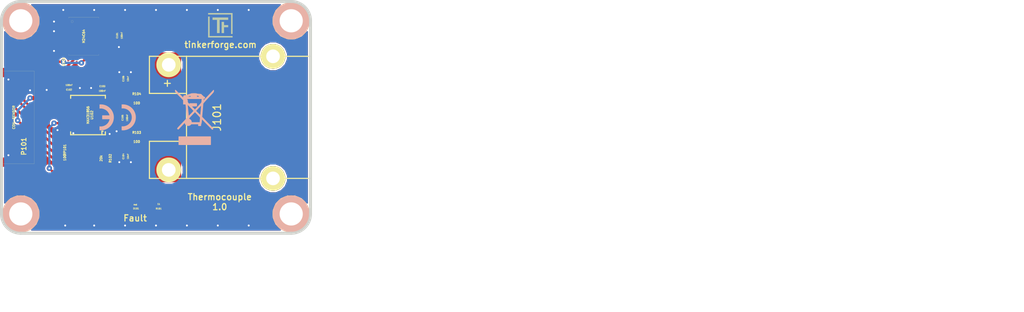
<source format=kicad_pcb>
(kicad_pcb (version 4) (host pcbnew 4.0.7-e2-6376~58~ubuntu17.04.1)
  (title_block (title "Thermocouple Bricklet") (date "Do 30 Jul 2015") (rev 1.0) (company "Tinkerforge GmbH") (comment 1 "Licensed under CERN OHL v.1.1") (comment 2 "Copyright (©) 2015, B.Nordmeyer <bastian@tinkerforge.com>"))
  (layers (0 Vorderseite signal hide) (31 Rückseite signal hide) (34 B.Paste user) (35 F.Paste user) (36 B.SilkS user) (37 F.SilkS user) (38 B.Mask user) (39 F.Mask user) (44 Edge.Cuts user))
  (net 0 "")
  (net 1 GND)
  (net 2 VCC)
  (net 3 "Net-(C104-Pad1)")
  (net 4 "Net-(C105-Pad1)")
  (net 5 "Net-(D101-Pad1)")
  (net 6 "Net-(D101-Pad2)")
  (net 7 "Net-(J101-Pad2)")
  (net 8 "Net-(P101-Pad4)")
  (net 9 "Net-(P101-Pad5)")
  (net 10 "Net-(P101-Pad6)")
  (net 11 "Net-(P101-Pad7)")
  (net 12 "Net-(P101-Pad8)")
  (net 13 "Net-(P101-Pad9)")
  (net 14 "Net-(P101-Pad10)")
  (net 15 "Net-(R102-Pad2)")
  (net 16 "Net-(RP101-Pad1)")
  (net 17 "Net-(RP101-Pad2)")
  (net 18 "Net-(RP101-Pad3)")
  (net 19 "Net-(RP101-Pad4)")
  (net 20 "Net-(J101-Pad1)")
  (module kicad-libraries:0603 (layer Vorderseite) (at 165.325 129.275 270)
    (fp_text reference C101 (at 0.05 0.225 270) (layer F.SilkS) (effects (font (size 0.2 0.2) (thickness 0.05))))
    (fp_text value 100nF (at 0.05 -0.375 270) (layer F.SilkS) (effects (font (size 0.2 0.2) (thickness 0.05))))
    (pad 1 smd rect (at -0.8001 0 270) (size 0.8001 0.8001) (layers Vorderseite F.Paste F.Mask) (net 2 VCC))
    (pad 2 smd rect (at 0.8001 0 270) (size 0.8001 0.8001) (layers Vorderseite F.Paste F.Mask) (net 1 GND))
  )
  (module kicad-libraries:0603 (layer Vorderseite) (at 158.825 136.125)
    (fp_text reference C102 (at 0.05 0.225) (layer F.SilkS) (effects (font (size 0.2 0.2) (thickness 0.05))))
    (fp_text value 100nF (at 0.05 -0.375) (layer F.SilkS) (effects (font (size 0.2 0.2) (thickness 0.05))))
    (pad 1 smd rect (at -0.8001 0) (size 0.8001 0.8001) (layers Vorderseite F.Paste F.Mask) (net 2 VCC))
    (pad 2 smd rect (at 0.8001 0) (size 0.8001 0.8001) (layers Vorderseite F.Paste F.Mask) (net 1 GND))
  )
  (module kicad-libraries:0603 (layer Vorderseite) (at 163.225 136.125 180)
    (fp_text reference C103 (at 0.05 0.225 180) (layer F.SilkS) (effects (font (size 0.2 0.2) (thickness 0.05))))
    (fp_text value 100nF (at 0.05 -0.375 180) (layer F.SilkS) (effects (font (size 0.2 0.2) (thickness 0.05))))
    (pad 1 smd rect (at -0.8001 0 180) (size 0.8001 0.8001) (layers Vorderseite F.Paste F.Mask) (net 2 VCC))
    (pad 2 smd rect (at 0.8001 0 180) (size 0.8001 0.8001) (layers Vorderseite F.Paste F.Mask) (net 1 GND))
  )
  (module kicad-libraries:0603 (layer Vorderseite) (at 166.125 144.925 270)
    (fp_text reference C104 (at 0.05 0.225 270) (layer F.SilkS) (effects (font (size 0.2 0.2) (thickness 0.05))))
    (fp_text value 10nF (at 0.05 -0.375 270) (layer F.SilkS) (effects (font (size 0.2 0.2) (thickness 0.05))))
    (pad 1 smd rect (at -0.8001 0 270) (size 0.8001 0.8001) (layers Vorderseite F.Paste F.Mask) (net 3 "Net-(C104-Pad1)"))
    (pad 2 smd rect (at 0.8001 0 270) (size 0.8001 0.8001) (layers Vorderseite F.Paste F.Mask) (net 1 GND))
  )
  (module kicad-libraries:0603 (layer Vorderseite) (at 166.025 139.925 270)
    (fp_text reference C105 (at 0.05 0.225 270) (layer F.SilkS) (effects (font (size 0.2 0.2) (thickness 0.05))))
    (fp_text value 100nF (at 0.05 -0.375 270) (layer F.SilkS) (effects (font (size 0.2 0.2) (thickness 0.05))))
    (pad 1 smd rect (at -0.8001 0 270) (size 0.8001 0.8001) (layers Vorderseite F.Paste F.Mask) (net 4 "Net-(C105-Pad1)"))
    (pad 2 smd rect (at 0.8001 0 270) (size 0.8001 0.8001) (layers Vorderseite F.Paste F.Mask) (net 3 "Net-(C104-Pad1)"))
  )
  (module kicad-libraries:0603 (layer Vorderseite) (at 166.125 134.875 270)
    (fp_text reference C106 (at 0.05 0.225 270) (layer F.SilkS) (effects (font (size 0.2 0.2) (thickness 0.05))))
    (fp_text value 10nF (at 0.05 -0.375 270) (layer F.SilkS) (effects (font (size 0.2 0.2) (thickness 0.05))))
    (pad 1 smd rect (at -0.8001 0 270) (size 0.8001 0.8001) (layers Vorderseite F.Paste F.Mask) (net 1 GND))
    (pad 2 smd rect (at 0.8001 0 270) (size 0.8001 0.8001) (layers Vorderseite F.Paste F.Mask) (net 4 "Net-(C105-Pad1)"))
  )
  (module kicad-libraries:D0603 (layer Vorderseite) (at 167.525 151.525 180)
    (fp_text reference D101 (at -0.025 -0.2 180) (layer F.SilkS) (effects (font (size 0.2 0.2) (thickness 0.05))))
    (fp_text value red (at 0.075 0.3 180) (layer F.SilkS) (effects (font (size 0.2 0.2) (thickness 0.05))))
    (pad 1 smd rect (at -0.8001 0 180) (size 0.8001 0.8001) (layers Vorderseite F.Paste F.Mask) (net 5 "Net-(D101-Pad1)"))
    (pad 2 smd rect (at 0.8001 0 180) (size 0.8001 0.8001) (layers Vorderseite F.Paste F.Mask) (net 6 "Net-(D101-Pad2)"))
  )
  (module kicad-libraries:CON-SENSOR (layer Vorderseite) (at 150.125 139.925 270)
    (fp_text reference P101 (at 3.75 -2.9 270) (layer F.SilkS) (effects (font (size 0.59944 0.59944) (thickness 0.12446))))
    (fp_text value CON-SENSOR (at 0 -1.6002 270) (layer F.SilkS) (effects (font (size 0.29972 0.29972) (thickness 0.07112))))
    (pad 1 smd rect (at -4.50088 -4.7752 270) (size 0.59944 1.5494) (layers Vorderseite F.Paste F.Mask))
    (pad 2 smd rect (at -3.50012 -4.7752 270) (size 0.59944 1.5494) (layers Vorderseite F.Paste F.Mask) (net 1 GND))
    (pad 3 smd rect (at -2.49936 -4.7752 270) (size 0.59944 1.5494) (layers Vorderseite F.Paste F.Mask) (net 2 VCC))
    (pad 4 smd rect (at -1.50114 -4.7752 270) (size 0.59944 1.5494) (layers Vorderseite F.Paste F.Mask) (net 8 "Net-(P101-Pad4)"))
    (pad 5 smd rect (at -0.50038 -4.7752 270) (size 0.59944 1.5494) (layers Vorderseite F.Paste F.Mask) (net 9 "Net-(P101-Pad5)"))
    (pad 6 smd rect (at 0.50038 -4.7752 270) (size 0.59944 1.5494) (layers Vorderseite F.Paste F.Mask) (net 10 "Net-(P101-Pad6)"))
    (pad 7 smd rect (at 1.50114 -4.7752 270) (size 0.59944 1.5494) (layers Vorderseite F.Paste F.Mask) (net 11 "Net-(P101-Pad7)"))
    (pad 8 smd rect (at 2.49936 -4.7752 270) (size 0.59944 1.5494) (layers Vorderseite F.Paste F.Mask) (net 12 "Net-(P101-Pad8)"))
    (pad 9 smd rect (at 3.50012 -4.7752 270) (size 0.59944 1.5494) (layers Vorderseite F.Paste F.Mask) (net 13 "Net-(P101-Pad9)"))
    (pad 10 smd rect (at 4.50088 -4.7752 270) (size 0.59944 1.5494) (layers Vorderseite F.Paste F.Mask) (net 14 "Net-(P101-Pad10)"))
    (pad EP smd rect (at -5.79882 -0.89916 270) (size 1.19888 1.80086) (layers Vorderseite F.Paste F.Mask) (net 1 GND))
    (pad EP smd rect (at 5.79882 -0.89916 270) (size 1.19888 1.80086) (layers Vorderseite F.Paste F.Mask) (net 1 GND))
  )
  (module kicad-libraries:0603 (layer Vorderseite) (at 170.425 151.525)
    (fp_text reference R101 (at 0.05 0.225) (layer F.SilkS) (effects (font (size 0.2 0.2) (thickness 0.05))))
    (fp_text value 1k (at 0.05 -0.375) (layer F.SilkS) (effects (font (size 0.2 0.2) (thickness 0.05))))
    (pad 1 smd rect (at -0.8001 0) (size 0.8001 0.8001) (layers Vorderseite F.Paste F.Mask) (net 5 "Net-(D101-Pad1)"))
    (pad 2 smd rect (at 0.8001 0) (size 0.8001 0.8001) (layers Vorderseite F.Paste F.Mask) (net 2 VCC))
  )
  (module kicad-libraries:1206 (layer Vorderseite) (at 163.675 145.225 90)
    (fp_text reference R102 (at 0 0.5375 90) (layer F.SilkS) (effects (font (size 0.3 0.3) (thickness 0.075))))
    (fp_text value 20k (at 0 -0.65 90) (layer F.SilkS) (effects (font (size 0.3 0.3) (thickness 0.075))))
    (pad 1 smd rect (at -1.50114 0 90) (size 1.00076 1.6002) (layers Vorderseite F.Paste F.Mask) (net 7 "Net-(J101-Pad2)"))
    (pad 2 smd rect (at 1.50114 0 90) (size 1.00076 1.6002) (layers Vorderseite F.Paste F.Mask) (net 15 "Net-(R102-Pad2)"))
  )
  (module kicad-libraries:1206 (layer Vorderseite) (at 167.625 142.425 180)
    (fp_text reference R103 (at 0 0.5375 180) (layer F.SilkS) (effects (font (size 0.3 0.3) (thickness 0.075))))
    (fp_text value 100 (at 0 -0.65 180) (layer F.SilkS) (effects (font (size 0.3 0.3) (thickness 0.075))))
    (pad 1 smd rect (at -1.50114 0 180) (size 1.00076 1.6002) (layers Vorderseite F.Paste F.Mask) (net 7 "Net-(J101-Pad2)"))
    (pad 2 smd rect (at 1.50114 0 180) (size 1.00076 1.6002) (layers Vorderseite F.Paste F.Mask) (net 3 "Net-(C104-Pad1)"))
  )
  (module kicad-libraries:1206 (layer Vorderseite) (at 167.625 137.425 180)
    (fp_text reference R104 (at 0 0.5375 180) (layer F.SilkS) (effects (font (size 0.3 0.3) (thickness 0.075))))
    (fp_text value 100 (at 0 -0.65 180) (layer F.SilkS) (effects (font (size 0.3 0.3) (thickness 0.075))))
    (pad 1 smd rect (at -1.50114 0 180) (size 1.00076 1.6002) (layers Vorderseite F.Paste F.Mask) (net 20 "Net-(J101-Pad1)"))
    (pad 2 smd rect (at 1.50114 0 180) (size 1.00076 1.6002) (layers Vorderseite F.Paste F.Mask) (net 4 "Net-(C105-Pad1)"))
  )
  (module kicad-libraries:0603X4 (layer Vorderseite) (at 158.325 144.125 270)
    (fp_text reference RP101 (at 0 0 270) (layer F.SilkS) (effects (font (size 0.29972 0.29972) (thickness 0.0762))))
    (fp_text value 100 (at 1.00076 0 270) (layer F.SilkS) (effects (font (size 0.29972 0.29972) (thickness 0.0762))))
    (pad 1 smd rect (at 1.19888 -0.8509 270) (size 0.44958 0.89916) (layers Vorderseite F.Paste F.Mask) (net 16 "Net-(RP101-Pad1)"))
    (pad 2 smd rect (at 0.39878 -0.8509 270) (size 0.44958 0.89916) (layers Vorderseite F.Paste F.Mask) (net 17 "Net-(RP101-Pad2)"))
    (pad 3 smd rect (at -0.39878 -0.8509 270) (size 0.44958 0.89916) (layers Vorderseite F.Paste F.Mask) (net 18 "Net-(RP101-Pad3)"))
    (pad 4 smd rect (at -1.19888 -0.8509 270) (size 0.44958 0.89916) (layers Vorderseite F.Paste F.Mask) (net 19 "Net-(RP101-Pad4)"))
    (pad 5 smd rect (at -1.19888 0.8509 270) (size 0.44958 0.89916) (layers Vorderseite F.Paste F.Mask) (net 11 "Net-(P101-Pad7)"))
    (pad 6 smd rect (at -0.39878 0.8509 270) (size 0.44958 0.89916) (layers Vorderseite F.Paste F.Mask) (net 12 "Net-(P101-Pad8)"))
    (pad 7 smd rect (at 0.39878 0.8509 270) (size 0.44958 0.89916) (layers Vorderseite F.Paste F.Mask) (net 13 "Net-(P101-Pad9)"))
    (pad 8 smd rect (at 1.19888 0.8509 270) (size 0.44958 0.89916) (layers Vorderseite F.Paste F.Mask) (net 14 "Net-(P101-Pad10)"))
  )
  (module kicad-libraries:SOIC8 (layer Vorderseite) (at 160.775 129.425 270)
    (fp_text reference U101 (at 3.29946 2.60096 270) (layer F.SilkS) (effects (font (size 0.29972 0.29972) (thickness 0.0762))))
    (fp_text value M24C64 (at 0 0 270) (layer F.SilkS) (effects (font (size 0.29972 0.29972) (thickness 0.0762))))
    (pad 1 smd rect (at -1.90246 2.69748 90) (size 0.59944 1.5494) (layers Vorderseite F.Paste F.Mask) (net 1 GND))
    (pad 2 smd rect (at -0.63246 2.69748 90) (size 0.59944 1.5494) (layers Vorderseite F.Paste F.Mask) (net 1 GND))
    (pad 3 smd rect (at 0.63246 2.69748 90) (size 0.59944 1.5494) (layers Vorderseite F.Paste F.Mask) (net 10 "Net-(P101-Pad6)"))
    (pad 4 smd rect (at 1.90246 2.69748 90) (size 0.59944 1.5494) (layers Vorderseite F.Paste F.Mask) (net 1 GND))
    (pad 5 smd rect (at 1.90246 -2.69748 270) (size 0.59944 1.5494) (layers Vorderseite F.Paste F.Mask) (net 9 "Net-(P101-Pad5)"))
    (pad 6 smd rect (at 0.63246 -2.69748 270) (size 0.59944 1.5494) (layers Vorderseite F.Paste F.Mask) (net 8 "Net-(P101-Pad4)"))
    (pad 7 smd rect (at -0.63246 -2.69748 270) (size 0.59944 1.5494) (layers Vorderseite F.Paste F.Mask))
    (pad 8 smd rect (at -1.90246 -2.69748 270) (size 0.59944 1.5494) (layers Vorderseite F.Paste F.Mask) (net 2 VCC))
  )
  (module kicad-libraries:TSSOP14 (layer Vorderseite) (at 161.325 139.625 90)
    (fp_text reference U102 (at 0 0.50038 90) (layer F.SilkS) (effects (font (size 0.29972 0.29972) (thickness 0.0762))))
    (fp_text value MAX31856 (at 0 0 90) (layer F.SilkS) (effects (font (size 0.29972 0.29972) (thickness 0.0762))))
    (pad 1 smd rect (at -1.94818 2.79908 270) (size 0.29972 1.5494) (layers Vorderseite F.Paste F.Mask) (net 1 GND))
    (pad 2 smd rect (at -1.29794 2.79908 270) (size 0.29972 1.5494) (layers Vorderseite F.Paste F.Mask) (net 15 "Net-(R102-Pad2)"))
    (pad 3 smd rect (at -0.6477 2.79908 270) (size 0.29972 1.5494) (layers Vorderseite F.Paste F.Mask) (net 3 "Net-(C104-Pad1)"))
    (pad 4 smd rect (at 0 2.79908 270) (size 0.29972 1.5494) (layers Vorderseite F.Paste F.Mask) (net 4 "Net-(C105-Pad1)"))
    (pad 5 smd rect (at 0.6477 2.79908 270) (size 0.29972 1.5494) (layers Vorderseite F.Paste F.Mask) (net 2 VCC))
    (pad 6 smd rect (at 1.29794 2.79908 270) (size 0.29972 1.5494) (layers Vorderseite F.Paste F.Mask))
    (pad 7 smd rect (at 1.94818 2.79908 270) (size 0.29972 1.5494) (layers Vorderseite F.Paste F.Mask))
    (pad 8 smd rect (at 1.94818 -2.79908 90) (size 0.29972 1.5494) (layers Vorderseite F.Paste F.Mask) (net 2 VCC))
    (pad 9 smd rect (at 1.29794 -2.79908 90) (size 0.29972 1.5494) (layers Vorderseite F.Paste F.Mask) (net 16 "Net-(RP101-Pad1)"))
    (pad 10 smd rect (at 0.6477 -2.79908 90) (size 0.29972 1.5494) (layers Vorderseite F.Paste F.Mask) (net 17 "Net-(RP101-Pad2)"))
    (pad 11 smd rect (at 0 -2.79908 90) (size 0.29972 1.5494) (layers Vorderseite F.Paste F.Mask) (net 18 "Net-(RP101-Pad3)"))
    (pad 12 smd rect (at -0.6477 -2.79908 90) (size 0.29972 1.5494) (layers Vorderseite F.Paste F.Mask) (net 19 "Net-(RP101-Pad4)"))
    (pad 13 smd rect (at -1.29794 -2.79908 90) (size 0.29972 1.5494) (layers Vorderseite F.Paste F.Mask) (net 6 "Net-(D101-Pad2)"))
    (pad 14 smd rect (at -1.94818 -2.79908 90) (size 0.29972 1.5494) (layers Vorderseite F.Paste F.Mask) (net 1 GND))
  )
  (module kicad-libraries:DRILL_NP (layer Vorderseite) (at 152.625 127.425)
    (fp_text reference U103 hide)
    (fp_text value DRILL hide)
    (pad "" np_thru_hole circle (at 0 0) (size 2.99974 2.99974) (drill 2.99974) (layers *.Cu *.Mask F.SilkS) (clearance 0.89916))
  )
  (module kicad-libraries:DRILL_NP (layer Vorderseite) (at 152.625 152.425)
    (fp_text reference U104 hide)
    (fp_text value DRILL hide)
    (pad "" np_thru_hole circle (at 0 0) (size 2.99974 2.99974) (drill 2.99974) (layers *.Cu *.Mask F.SilkS) (clearance 0.89916))
  )
  (module kicad-libraries:DRILL_NP (layer Vorderseite) (at 187.625 152.425)
    (fp_text reference U105 hide)
    (fp_text value DRILL hide)
    (pad "" np_thru_hole circle (at 0 0) (size 2.99974 2.99974) (drill 2.99974) (layers *.Cu *.Mask F.SilkS) (clearance 0.89916))
  )
  (module kicad-libraries:DRILL_NP (layer Vorderseite) (at 187.625 127.425)
    (fp_text reference U106 hide)
    (fp_text value DRILL hide)
    (pad "" np_thru_hole circle (at 0 0) (size 2.99974 2.99974) (drill 2.99974) (layers *.Cu *.Mask F.SilkS) (clearance 0.89916))
  )
  (module kicad-libraries:Logo_31x31 (layer Vorderseite) (at 176.875 126.425)
    (fp_text reference G*** hide)
    (fp_text value Logo_31x31 hide)
  )
  (module kicad-libraries:CE_5mm (layer Rückseite) (at 165.125 139.925 180)
    (fp_text reference VAL hide)
    (fp_text value CE_5mm hide)
  )
  (module kicad-libraries:WEEE_7mm (layer Rückseite) (at 175.125 139.925 180)
    (fp_text reference G*** hide)
    (fp_text value LOGO hide)
  )
  (module kicad-libraries:Fiducial_Mark (layer Vorderseite) (at 157.125 152.925)
    (fp_text reference Fiducial_Mark hide)
    (fp_text value VAL** hide)
    (pad 1 smd circle (at 0 0) (size 1.00076 1.00076) (layers Vorderseite F.Mask) (clearance 0.65024))
  )
  (module kicad-libraries:Fiducial_Mark (layer Vorderseite) (at 183.125 127.425)
    (fp_text reference Fiducial_Mark hide)
    (fp_text value VAL** hide)
    (pad 1 smd circle (at 0 0) (size 1.00076 1.00076) (layers Vorderseite F.Mask) (clearance 0.65024))
  )
  (module kicad-libraries:Fiducial_Mark (layer Vorderseite) (at 183.125 152.425)
    (fp_text reference Fiducial_Mark hide)
    (fp_text value VAL** hide)
    (pad 1 smd circle (at 0 0) (size 1.00076 1.00076) (layers Vorderseite F.Mask) (clearance 0.65024))
  )
  (module kicad-libraries:PCC_SMP (layer Vorderseite) (at 178.525 139.925 270)
    (fp_text reference J101 (at 0 0.5 270) (layer F.SilkS))
    (fp_text value THERM)
    (fp_text user + (at -4.4 7 270) (layer F.SilkS))
    (pad 1 thru_hole circle (at -6.8 6.75 270) (size 3.2 3.2) (drill 1.77) (layers *.Cu *.Mask F.SilkS) (net 20 "Net-(J101-Pad1)"))
    (pad 2 thru_hole circle (at 6.8 6.75 270) (size 3.2 3.2) (drill 1.77) (layers *.Cu *.Mask F.SilkS) (net 7 "Net-(J101-Pad2)"))
    (pad "" thru_hole circle (at 7.9 -6.75 270) (size 3.2 3.2) (drill 1.77) (layers *.Cu *.Mask F.SilkS))
    (pad "" thru_hole circle (at -7.9 -6.75 270) (size 3.2 3.2) (drill 1.77) (layers *.Cu *.Mask F.SilkS))
  )
  (gr_line (start 187.625 154.925) (end 152.625 154.925) (angle 90) (layer Edge.Cuts) (width 0.381))
  (gr_line (start 190.125 127.425) (end 190.125 152.425) (angle 90) (layer Edge.Cuts) (width 0.381))
  (gr_line (start 152.625 124.925) (end 187.625 124.925) (angle 90) (layer Edge.Cuts) (width 0.381))
  (gr_line (start 150.125 152.425) (end 150.125 127.425) (angle 90) (layer Edge.Cuts) (width 0.381))
  (gr_text "Thermocouple\n1.0" (at 178.375 150.875) (layer F.SilkS) (effects (font (size 0.8 0.8))))
  (gr_text Fault (at 167.425 152.975) (layer F.SilkS) (effects (font (size 0.8 0.8) (thickness 0.14986))))
  (gr_arc (start 152.625 152.425) (end 152.625 154.925) (angle 90) (layer Edge.Cuts) (width 0.381))
  (gr_arc (start 187.625 152.425) (end 190.125 152.425) (angle 90) (layer Edge.Cuts) (width 0.381))
  (gr_arc (start 187.625 127.425) (end 187.625 124.925) (angle 90) (layer Edge.Cuts) (width 0.381))
  (gr_arc (start 152.625 127.425) (end 150.125 127.425) (angle 90) (layer Edge.Cuts) (width 0.381))
  (gr_text tinkerforge.com (at 178.475 130.525) (layer F.SilkS) (effects (font (size 0.8001 0.8001) (thickness 0.14986))))
  (via (at 159.425 141.975) (size 0.70104) (layers Vorderseite Rückseite) (net 1))
  (segment (start 159.02318 141.57318) (end 159.425 141.975) (width 0.29972) (layer Vorderseite) (net 1))
  (segment (start 158.52592 141.57318) (end 159.02318 141.57318) (width 0.29972) (layer Vorderseite) (net 1))
  (segment (start 157.37682 141.57318) (end 157.375 141.575) (width 0.29972) (layer Vorderseite) (net 1))
  (via (at 157.375 141.575) (size 0.70104) (layers Vorderseite Rückseite) (net 1))
  (segment (start 158.52592 141.57318) (end 157.37682 141.57318) (width 0.29972) (layer Vorderseite) (net 1))
  (segment (start 155.92512 136.42488) (end 155.975 136.375) (width 0.29972) (layer Vorderseite) (net 1))
  (via (at 155.975 136.375) (size 0.70104) (layers Vorderseite Rückseite) (net 1))
  (segment (start 154.9002 136.42488) (end 155.92512 136.42488) (width 0.29972) (layer Vorderseite) (net 1))
  (segment (start 153.82512 136.42488) (end 153.825 136.425) (width 0.29972) (layer Vorderseite) (net 1))
  (via (at 153.825 136.425) (size 0.70104) (layers Vorderseite Rückseite) (net 1))
  (segment (start 154.9002 136.42488) (end 153.82512 136.42488) (width 0.29972) (layer Vorderseite) (net 1))
  (via (at 161.725 136.125) (size 0.70104) (layers Vorderseite Rückseite) (net 1))
  (segment (start 162.4249 136.125) (end 161.725 136.125) (width 0.29972) (layer Vorderseite) (net 1))
  (via (at 160.275 136.125) (size 0.70104) (layers Vorderseite Rückseite) (net 1))
  (segment (start 159.6251 136.125) (end 160.275 136.125) (width 0.29972) (layer Vorderseite) (net 1))
  (segment (start 151.02416 144.82584) (end 151.025 144.825) (width 0.29972) (layer Vorderseite) (net 1))
  (via (at 151.025 144.825) (size 0.70104) (layers Vorderseite Rückseite) (net 1))
  (segment (start 151.02416 145.72382) (end 151.02416 144.82584) (width 0.29972) (layer Vorderseite) (net 1))
  (segment (start 151.02416 135.02416) (end 151.025 135.025) (width 0.29972) (layer Vorderseite) (net 1))
  (via (at 151.025 135.025) (size 0.70104) (layers Vorderseite Rückseite) (net 1))
  (segment (start 151.02416 134.12618) (end 151.02416 135.02416) (width 0.29972) (layer Vorderseite) (net 1))
  (segment (start 156.94254 128.79254) (end 156.925 128.775) (width 0.29972) (layer Vorderseite) (net 1))
  (via (at 156.925 128.775) (size 0.70104) (layers Vorderseite Rückseite) (net 1))
  (segment (start 158.07752 128.79254) (end 156.94254 128.79254) (width 0.29972) (layer Vorderseite) (net 1))
  (segment (start 156.92746 127.52254) (end 156.925 127.525) (width 0.29972) (layer Vorderseite) (net 1))
  (via (at 156.925 127.525) (size 0.70104) (layers Vorderseite Rückseite) (net 1))
  (segment (start 158.07752 127.52254) (end 156.92746 127.52254) (width 0.29972) (layer Vorderseite) (net 1))
  (segment (start 156.92746 131.32746) (end 156.925 131.325) (width 0.29972) (layer Vorderseite) (net 1))
  (via (at 156.925 131.325) (size 0.70104) (layers Vorderseite Rückseite) (net 1))
  (segment (start 158.07752 131.32746) (end 156.92746 131.32746) (width 0.29972) (layer Vorderseite) (net 1))
  (via (at 165.025 141.725) (size 0.70104) (layers Vorderseite Rückseite) (net 1))
  (segment (start 164.87318 141.57318) (end 165.025 141.725) (width 0.29972) (layer Vorderseite) (net 1))
  (segment (start 164.12408 141.57318) (end 164.87318 141.57318) (width 0.29972) (layer Vorderseite) (net 1))
  (segment (start 164.12408 142.07408) (end 164.125 142.075) (width 0.29972) (layer Vorderseite) (net 1))
  (via (at 164.125 142.075) (size 0.70104) (layers Vorderseite Rückseite) (net 1))
  (segment (start 164.12408 141.57318) (end 164.12408 142.07408) (width 0.29972) (layer Vorderseite) (net 1))
  (segment (start 165.3751 145.7251) (end 165.375 145.725) (width 0.59944) (layer Vorderseite) (net 1))
  (via (at 165.375 145.725) (size 0.70104) (layers Vorderseite Rückseite) (net 1))
  (segment (start 166.125 145.7251) (end 165.3751 145.7251) (width 0.59944) (layer Vorderseite) (net 1))
  (segment (start 165.3751 134.0749) (end 165.375 134.075) (width 0.59944) (layer Vorderseite) (net 1))
  (via (at 165.375 134.075) (size 0.70104) (layers Vorderseite Rückseite) (net 1))
  (segment (start 166.125 134.0749) (end 165.3751 134.0749) (width 0.59944) (layer Vorderseite) (net 1))
  (segment (start 166.8749 134.0749) (end 166.875 134.075) (width 0.59944) (layer Vorderseite) (net 1))
  (via (at 166.875 134.075) (size 0.70104) (layers Vorderseite Rückseite) (net 1))
  (segment (start 166.125 134.0749) (end 166.8749 134.0749) (width 0.59944) (layer Vorderseite) (net 1))
  (via (at 182.125 153.925) (size 0.70104) (layers Vorderseite Rückseite) (net 1))
  (segment (start 170.125 153.925) (end 174.125 153.925) (width 0.29972) (layer Rückseite) (net 1))
  (segment (start 166.875 150.675) (end 170.125 153.925) (width 0.29972) (layer Rückseite) (net 1))
  (segment (start 166.8749 145.7251) (end 166.125 145.7251) (width 0.59944) (layer Vorderseite) (net 1))
  (via (at 166.875 145.725) (size 0.70104) (layers Vorderseite Rückseite) (net 1))
  (segment (start 166.8749 145.7251) (end 166.875 145.725) (width 0.59944) (layer Vorderseite) (net 1))
  (segment (start 166.875 145.725) (end 166.875 150.675) (width 0.29972) (layer Rückseite) (net 1))
  (via (at 178.125 153.925) (size 0.70104) (layers Vorderseite Rückseite) (net 1))
  (segment (start 174.125 153.925) (end 178.125 153.925) (width 0.29972) (layer Vorderseite) (net 1))
  (via (at 174.125 153.925) (size 0.70104) (layers Vorderseite Rückseite) (net 1))
  (segment (start 182.125 153.925) (end 178.125 153.925) (width 0.29972) (layer Rückseite) (net 1))
  (via (at 158.375 153.925) (size 0.70104) (layers Vorderseite Rückseite) (net 1))
  (segment (start 166.125 153.925) (end 170.125 153.925) (width 0.29972) (layer Vorderseite) (net 1))
  (via (at 170.125 153.925) (size 0.70104) (layers Vorderseite Rückseite) (net 1))
  (via (at 162.125 153.925) (size 0.70104) (layers Vorderseite Rückseite) (net 1))
  (segment (start 166.125 153.925) (end 162.125 153.925) (width 0.29972) (layer Rückseite) (net 1))
  (via (at 166.125 153.925) (size 0.70104) (layers Vorderseite Rückseite) (net 1))
  (segment (start 158.375 153.925) (end 162.125 153.925) (width 0.29972) (layer Vorderseite) (net 1))
  (via (at 174.125 126.025) (size 0.70104) (layers Vorderseite Rückseite) (net 1))
  (segment (start 174.125 126.025) (end 178.125 126.025) (width 0.29972) (layer Rückseite) (net 1))
  (via (at 178.125 126.025) (size 0.70104) (layers Vorderseite Rückseite) (net 1))
  (segment (start 178.125 126.025) (end 182.125 126.025) (width 0.29972) (layer Vorderseite) (net 1))
  (via (at 182.125 126.025) (size 0.70104) (layers Vorderseite Rückseite) (net 1))
  (segment (start 165.325 130.825) (end 167.875 130.825) (width 0.29972) (layer Rückseite) (net 1))
  (via (at 165.325 130.825) (size 0.70104) (layers Vorderseite Rückseite) (net 1))
  (segment (start 165.325 130.0751) (end 165.325 130.825) (width 0.29972) (layer Vorderseite) (net 1))
  (via (at 170.125 126.025) (size 0.70104) (layers Vorderseite Rückseite) (net 1))
  (segment (start 170.125 128.575) (end 170.125 126.025) (width 0.29972) (layer Rückseite) (net 1))
  (segment (start 167.875 130.825) (end 170.125 128.575) (width 0.29972) (layer Rückseite) (net 1))
  (segment (start 170.125 126.025) (end 174.125 126.025) (width 0.29972) (layer Vorderseite) (net 1))
  (via (at 166.125 126.025) (size 0.70104) (layers Vorderseite Rückseite) (net 1))
  (segment (start 166.125 126.025) (end 162.125 126.025) (width 0.29972) (layer Vorderseite) (net 1))
  (via (at 162.125 126.025) (size 0.70104) (layers Vorderseite Rückseite) (net 1))
  (segment (start 162.125 126.025) (end 158.125 126.025) (width 0.29972) (layer Rückseite) (net 1))
  (via (at 158.125 126.025) (size 0.70104) (layers Vorderseite Rückseite) (net 1))
  (segment (start 170.125 126.025) (end 166.125 126.025) (width 0.29972) (layer Rückseite) (net 1))
  (segment (start 158.0249 137.1758) (end 158.52592 137.67682) (width 0.29972) (layer Vorderseite) (net 2))
  (segment (start 158.0249 136.125) (end 158.0249 137.1758) (width 0.29972) (layer Vorderseite) (net 2))
  (segment (start 164.0251 136.2249) (end 164.0251 136.125) (width 0.29972) (layer Vorderseite) (net 2))
  (segment (start 163.2273 138.9773) (end 162.875 138.625) (width 0.29972) (layer Vorderseite) (net 2))
  (segment (start 162.875 138.625) (end 162.875 137.375) (width 0.29972) (layer Vorderseite) (net 2))
  (segment (start 162.875 137.375) (end 164.0251 136.2249) (width 0.29972) (layer Vorderseite) (net 2))
  (segment (start 164.12408 138.9773) (end 163.2273 138.9773) (width 0.29972) (layer Vorderseite) (net 2))
  (segment (start 154.9002 137.42564) (end 155.52436 137.42564) (width 0.29972) (layer Vorderseite) (net 2))
  (segment (start 156.725 136.775) (end 157.375 136.125) (width 0.29972) (layer Vorderseite) (net 2))
  (segment (start 156.07436 137.42564) (end 156.725 136.775) (width 0.29972) (layer Vorderseite) (net 2))
  (segment (start 157.375 136.125) (end 158.0249 136.125) (width 0.29972) (layer Vorderseite) (net 2))
  (segment (start 154.9002 137.42564) (end 156.07436 137.42564) (width 0.29972) (layer Vorderseite) (net 2))
  (segment (start 156.725 135.625) (end 157.525 134.825) (width 0.29972) (layer Vorderseite) (net 2))
  (segment (start 157.525 134.825) (end 162.7251 134.825) (width 0.29972) (layer Vorderseite) (net 2))
  (segment (start 156.725 136.775) (end 156.725 135.625) (width 0.29972) (layer Vorderseite) (net 2))
  (segment (start 166.475 129.475) (end 166.475 131.0751) (width 0.29972) (layer Vorderseite) (net 2))
  (segment (start 166.475 131.0751) (end 162.7251 134.825) (width 0.29972) (layer Vorderseite) (net 2))
  (segment (start 165.4749 128.4749) (end 166.475 129.475) (width 0.29972) (layer Vorderseite) (net 2))
  (segment (start 165.325 128.4749) (end 165.4749 128.4749) (width 0.29972) (layer Vorderseite) (net 2))
  (segment (start 153.82564 137.42564) (end 153.825 137.425) (width 0.29972) (layer Vorderseite) (net 2))
  (via (at 153.825 137.425) (size 0.70104) (layers Vorderseite Rückseite) (net 2))
  (segment (start 153.825 137.425) (end 152.225 139.025) (width 0.29972) (layer Rückseite) (net 2))
  (segment (start 152.225 139.025) (end 152.225 140.325) (width 0.29972) (layer Rückseite) (net 2))
  (via (at 152.225 140.325) (size 0.70104) (layers Vorderseite Rückseite) (net 2))
  (segment (start 152.225 140.325) (end 152.875 140.975) (width 0.29972) (layer Vorderseite) (net 2))
  (segment (start 152.875 140.975) (end 152.875 146.325) (width 0.29972) (layer Vorderseite) (net 2))
  (segment (start 152.875 146.325) (end 159.575 153.025) (width 0.29972) (layer Vorderseite) (net 2))
  (segment (start 159.575 153.025) (end 170.425 153.025) (width 0.29972) (layer Vorderseite) (net 2))
  (segment (start 170.425 153.025) (end 171.2251 152.2249) (width 0.29972) (layer Vorderseite) (net 2))
  (segment (start 171.2251 152.2249) (end 171.2251 151.525) (width 0.29972) (layer Vorderseite) (net 2))
  (segment (start 154.9002 137.42564) (end 153.82564 137.42564) (width 0.29972) (layer Vorderseite) (net 2))
  (segment (start 164.37264 127.52254) (end 165.325 128.4749) (width 0.29972) (layer Vorderseite) (net 2))
  (segment (start 163.47248 127.52254) (end 164.37264 127.52254) (width 0.29972) (layer Vorderseite) (net 2))
  (segment (start 164.0251 135.5251) (end 163.325 134.825) (width 0.29972) (layer Vorderseite) (net 2))
  (segment (start 163.325 134.825) (end 162.7251 134.825) (width 0.29972) (layer Vorderseite) (net 2))
  (segment (start 164.0251 136.125) (end 164.0251 135.5251) (width 0.29972) (layer Vorderseite) (net 2))
  (segment (start 166.12386 140.82396) (end 166.025 140.7251) (width 0.8001) (layer Vorderseite) (net 3))
  (segment (start 166.12386 142.425) (end 166.12386 140.82396) (width 0.8001) (layer Vorderseite) (net 3))
  (segment (start 166.1249 142.42604) (end 166.12386 142.425) (width 0.8001) (layer Vorderseite) (net 3))
  (segment (start 166.1249 144.175) (end 166.1249 142.42604) (width 0.8001) (layer Vorderseite) (net 3))
  (segment (start 165.0227 140.2727) (end 165.4751 140.7251) (width 0.29972) (layer Vorderseite) (net 3))
  (segment (start 165.4751 140.7251) (end 166.025 140.7251) (width 0.29972) (layer Vorderseite) (net 3))
  (segment (start 164.12408 140.2727) (end 165.0227 140.2727) (width 0.29972) (layer Vorderseite) (net 3))
  (segment (start 166.12386 139.02604) (end 166.025 139.1249) (width 0.8001) (layer Vorderseite) (net 4))
  (segment (start 166.12386 137.425) (end 166.12386 139.02604) (width 0.8001) (layer Vorderseite) (net 4))
  (segment (start 166.12386 135.72604) (end 166.1249 135.725) (width 0.8001) (layer Vorderseite) (net 4))
  (segment (start 166.12386 137.425) (end 166.12386 135.72604) (width 0.8001) (layer Vorderseite) (net 4))
  (segment (start 165.6251 139.1249) (end 166.025 139.1249) (width 0.29972) (layer Vorderseite) (net 4))
  (segment (start 165.075 139.625) (end 165.5751 139.1249) (width 0.29972) (layer Vorderseite) (net 4))
  (segment (start 164.12408 139.625) (end 165.075 139.625) (width 0.29972) (layer Vorderseite) (net 4))
  (segment (start 169.6249 151.525) (end 168.3251 151.525) (width 0.29972) (layer Vorderseite) (net 5))
  (segment (start 157.72294 140.92294) (end 157.475 140.675) (width 0.29972) (layer Vorderseite) (net 6))
  (segment (start 157.475 140.675) (end 156.925 140.675) (width 0.29972) (layer Vorderseite) (net 6))
  (via (at 156.925 140.675) (size 0.70104) (layers Vorderseite Rückseite) (net 6))
  (segment (start 156.925 140.675) (end 156.325 141.275) (width 0.29972) (layer Rückseite) (net 6))
  (segment (start 156.325 141.275) (end 156.325 146.525) (width 0.29972) (layer Rückseite) (net 6))
  (via (at 156.325 146.525) (size 0.70104) (layers Vorderseite Rückseite) (net 6))
  (segment (start 156.325 146.525) (end 161.325 151.525) (width 0.29972) (layer Vorderseite) (net 6))
  (segment (start 161.325 151.525) (end 166.7249 151.525) (width 0.29972) (layer Vorderseite) (net 6))
  (segment (start 158.52592 140.92294) (end 157.72294 140.92294) (width 0.29972) (layer Vorderseite) (net 6))
  (segment (start 171.775 144.125) (end 170.075 142.425) (width 1.50114) (layer Vorderseite) (net 7))
  (segment (start 170.075 142.425) (end 169.12614 142.425) (width 1.50114) (layer Vorderseite) (net 7))
  (segment (start 171.775 146.725) (end 171.775 144.125) (width 1.50114) (layer Vorderseite) (net 7))
  (segment (start 171.77386 146.72614) (end 171.775 146.725) (width 1.50114) (layer Vorderseite) (net 7))
  (segment (start 171.425 147.075) (end 171.775 146.725) (width 0.59944) (layer Vorderseite) (net 7))
  (segment (start 164.77614 146.72614) (end 164.775 146.725) (width 0.59944) (layer Vorderseite) (net 7))
  (segment (start 164.775 146.725) (end 171.475 146.725) (width 0.59944) (layer Vorderseite) (net 7))
  (segment (start 163.675 146.72614) (end 164.77614 146.72614) (width 0.59944) (layer Vorderseite) (net 7))
  (segment (start 153.72386 138.42386) (end 153.075 137.775) (width 0.29972) (layer Vorderseite) (net 8))
  (segment (start 153.075 137.775) (end 153.075 135.925) (width 0.29972) (layer Vorderseite) (net 8))
  (segment (start 153.075 135.925) (end 153.675 135.325) (width 0.29972) (layer Vorderseite) (net 8))
  (segment (start 153.675 135.325) (end 153.675 134.875) (width 0.29972) (layer Vorderseite) (net 8))
  (segment (start 153.675 134.875) (end 154.925 133.625) (width 0.29972) (layer Vorderseite) (net 8))
  (segment (start 154.925 133.625) (end 158.325 133.625) (width 0.29972) (layer Vorderseite) (net 8))
  (segment (start 158.325 133.625) (end 161.89254 130.05746) (width 0.29972) (layer Vorderseite) (net 8))
  (segment (start 161.89254 130.05746) (end 163.47248 130.05746) (width 0.29972) (layer Vorderseite) (net 8))
  (segment (start 154.9002 138.42386) (end 153.72386 138.42386) (width 0.29972) (layer Vorderseite) (net 8))
  (segment (start 153.92462 139.42462) (end 152.525 138.025) (width 0.29972) (layer Vorderseite) (net 9))
  (segment (start 152.525 138.025) (end 152.525 135.675) (width 0.29972) (layer Vorderseite) (net 9))
  (segment (start 152.525 135.675) (end 153.125 135.075) (width 0.29972) (layer Vorderseite) (net 9))
  (segment (start 153.125 135.075) (end 153.125 134.625) (width 0.29972) (layer Vorderseite) (net 9))
  (segment (start 153.125 134.625) (end 155.025 132.725) (width 0.29972) (layer Vorderseite) (net 9))
  (segment (start 155.025 132.725) (end 158.125 132.725) (width 0.29972) (layer Vorderseite) (net 9))
  (via (at 158.125 132.725) (size 0.70104) (layers Vorderseite Rückseite) (net 9))
  (segment (start 158.125 132.725) (end 158.275 132.875) (width 0.29972) (layer Rückseite) (net 9))
  (segment (start 158.275 132.875) (end 160.475 132.875) (width 0.29972) (layer Rückseite) (net 9))
  (via (at 160.475 132.875) (size 0.70104) (layers Vorderseite Rückseite) (net 9))
  (segment (start 160.475 132.875) (end 162.02254 131.32746) (width 0.29972) (layer Vorderseite) (net 9))
  (segment (start 162.02254 131.32746) (end 163.47248 131.32746) (width 0.29972) (layer Vorderseite) (net 9))
  (segment (start 154.9002 139.42462) (end 153.92462 139.42462) (width 0.29972) (layer Vorderseite) (net 9))
  (segment (start 154.9002 140.42538) (end 154.89982 140.425) (width 0.29972) (layer Vorderseite) (net 10))
  (segment (start 153.62538 140.42538) (end 151.825 138.625) (width 0.29972) (layer Vorderseite) (net 10))
  (segment (start 151.825 138.625) (end 151.825 135.375) (width 0.29972) (layer Vorderseite) (net 10))
  (segment (start 151.825 135.375) (end 152.575 134.625) (width 0.29972) (layer Vorderseite) (net 10))
  (segment (start 152.575 134.625) (end 152.575 133.025) (width 0.29972) (layer Vorderseite) (net 10))
  (segment (start 152.575 133.025) (end 155.54254 130.05746) (width 0.29972) (layer Vorderseite) (net 10))
  (segment (start 155.54254 130.05746) (end 158.07752 130.05746) (width 0.29972) (layer Vorderseite) (net 10))
  (segment (start 154.9002 140.42538) (end 153.62538 140.42538) (width 0.29972) (layer Vorderseite) (net 10))
  (segment (start 157.12612 142.92612) (end 157.4741 142.92612) (width 0.29972) (layer Vorderseite) (net 11))
  (segment (start 155.62614 141.42614) (end 157.12612 142.92612) (width 0.29972) (layer Vorderseite) (net 11))
  (segment (start 154.9002 141.42614) (end 155.62614 141.42614) (width 0.29972) (layer Vorderseite) (net 11))
  (segment (start 157.02622 143.72622) (end 155.72436 142.42436) (width 0.29972) (layer Vorderseite) (net 12))
  (segment (start 157.4741 143.72622) (end 157.02622 143.72622) (width 0.29972) (layer Vorderseite) (net 12))
  (segment (start 155.72436 142.42436) (end 154.9002 142.42436) (width 0.29972) (layer Vorderseite) (net 12))
  (segment (start 156.92378 144.52378) (end 157.4741 144.52378) (width 0.29972) (layer Vorderseite) (net 13))
  (segment (start 155.82512 143.42512) (end 156.92378 144.52378) (width 0.29972) (layer Vorderseite) (net 13))
  (segment (start 154.9002 143.42512) (end 155.82512 143.42512) (width 0.29972) (layer Vorderseite) (net 13))
  (segment (start 156.87388 145.32388) (end 155.97588 144.42588) (width 0.29972) (layer Vorderseite) (net 14))
  (segment (start 157.4741 145.32388) (end 156.87388 145.32388) (width 0.29972) (layer Vorderseite) (net 14))
  (segment (start 155.97588 144.42588) (end 154.9002 144.42588) (width 0.29972) (layer Vorderseite) (net 14))
  (segment (start 163.12706 140.92294) (end 162.775 141.275) (width 0.59944) (layer Vorderseite) (net 15))
  (segment (start 162.775 141.275) (end 162.775 142.82386) (width 0.59944) (layer Vorderseite) (net 15))
  (segment (start 162.775 142.82386) (end 163.675 143.72386) (width 0.59944) (layer Vorderseite) (net 15))
  (segment (start 164.12408 140.92294) (end 163.12706 140.92294) (width 0.29972) (layer Vorderseite) (net 15))
  (segment (start 159.97612 145.32388) (end 161.875 143.425) (width 0.29972) (layer Vorderseite) (net 16))
  (segment (start 161.875 143.425) (end 161.875 140.125) (width 0.29972) (layer Vorderseite) (net 16))
  (segment (start 161.875 140.125) (end 160.07706 138.32706) (width 0.29972) (layer Vorderseite) (net 16))
  (segment (start 160.07706 138.32706) (end 158.52592 138.32706) (width 0.29972) (layer Vorderseite) (net 16))
  (segment (start 159.1759 145.32388) (end 159.97612 145.32388) (width 0.29972) (layer Vorderseite) (net 16))
  (segment (start 159.9273 138.9773) (end 161.325 140.375) (width 0.29972) (layer Vorderseite) (net 17))
  (segment (start 161.325 140.375) (end 161.325 143.125) (width 0.29972) (layer Vorderseite) (net 17))
  (segment (start 161.325 143.125) (end 159.92622 144.52378) (width 0.29972) (layer Vorderseite) (net 17))
  (segment (start 159.92622 144.52378) (end 159.1759 144.52378) (width 0.29972) (layer Vorderseite) (net 17))
  (segment (start 158.52592 138.9773) (end 159.9273 138.9773) (width 0.29972) (layer Vorderseite) (net 17))
  (segment (start 159.77378 143.72622) (end 160.775 142.725) (width 0.29972) (layer Vorderseite) (net 18))
  (segment (start 160.775 142.725) (end 160.775 140.675) (width 0.29972) (layer Vorderseite) (net 18))
  (segment (start 160.775 140.675) (end 159.725 139.625) (width 0.29972) (layer Vorderseite) (net 18))
  (segment (start 159.725 139.625) (end 158.52592 139.625) (width 0.29972) (layer Vorderseite) (net 18))
  (segment (start 159.1759 143.72622) (end 159.77378 143.72622) (width 0.29972) (layer Vorderseite) (net 18))
  (segment (start 159.5727 140.2727) (end 160.175 140.875) (width 0.29972) (layer Vorderseite) (net 19))
  (segment (start 160.175 140.875) (end 160.175 142.475) (width 0.29972) (layer Vorderseite) (net 19))
  (segment (start 160.175 142.475) (end 159.72388 142.92612) (width 0.29972) (layer Vorderseite) (net 19))
  (segment (start 159.72388 142.92612) (end 159.1759 142.92612) (width 0.29972) (layer Vorderseite) (net 19))
  (segment (start 158.52592 140.2727) (end 159.5727 140.2727) (width 0.29972) (layer Vorderseite) (net 19))
  (segment (start 171.775 135.825) (end 170.175 137.425) (width 1.50114) (layer Vorderseite) (net 20))
  (segment (start 170.175 137.425) (end 169.12614 137.425) (width 1.50114) (layer Vorderseite) (net 20))
  (segment (start 171.775 133.125) (end 171.775 135.825) (width 1.50114) (layer Vorderseite) (net 20))
  (zone (net 20) (net_name "Net-(J101-Pad1)") (layer Vorderseite) (connect_pads yes (clearance 0.15)) (min_thickness 0.15) (fill yes (arc_segments 16) (thermal_gap 0.2) (thermal_bridge_width 0.2))
    (polygon (pts (xy 173.375 131.525) (xy 173.375 138.225) (xy 168.625 138.225) (xy 168.625 131.525)))
  )
  (zone (net 7) (net_name "Net-(J101-Pad2)") (layer Vorderseite) (connect_pads yes (clearance 0.15)) (min_thickness 0.15) (fill yes (arc_segments 16) (thermal_gap 0.2) (thermal_bridge_width 0.2))
    (polygon (pts (xy 173.375 148.325) (xy 173.375 141.625) (xy 168.625 141.625) (xy 168.625 148.325)))
  )
  (zone (net 4) (net_name "Net-(C105-Pad1)") (layer Vorderseite) (connect_pads yes (clearance 0.15)) (min_thickness 0.15) (fill yes (arc_segments 16) (thermal_gap 0.2) (thermal_bridge_width 0.2))
    (polygon (pts (xy 165.275 139.775) (xy 165.275 135.325) (xy 166.725 135.275) (xy 166.725 139.775)))
  )
  (zone (net 3) (net_name "Net-(C104-Pad1)") (layer Vorderseite) (connect_pads yes (clearance 0.15)) (min_thickness 0.15) (fill yes (arc_segments 16) (thermal_gap 0.2) (thermal_bridge_width 0.2))
    (polygon (pts (xy 165.275 140.075) (xy 166.725 140.075) (xy 166.775 144.575) (xy 165.275 144.575)))
  )
  (zone (net 1) (net_name GND) (layer Rückseite) (connect_pads yes (clearance 0.15)) (min_thickness 0.15) (fill yes (arc_segments 16) (thermal_gap 0.2) (thermal_bridge_width 0.2))
    (polygon (pts (xy 150.125 124.925) (xy 190.125 124.925) (xy 190.125 154.925) (xy 150.125 154.925)))
  )
  (zone (net 1) (net_name GND) (layer Vorderseite) (connect_pads (clearance 0.15)) (min_thickness 0.15) (fill yes (arc_segments 16) (thermal_gap 0.2) (thermal_bridge_width 0.2))
    (polygon (pts (xy 190.125 154.925) (xy 150.125 154.925) (xy 150.125 124.925) (xy 190.125 124.925)))
    (polygon (pts (xy 173.575 148.525) (xy 173.575 131.325) (xy 168.425 131.325) (xy 168.425 134.475) (xy 165.075 134.475) (xy 165.075 145.325) (xy 168.425 145.325) (xy 168.425 148.525)))
  )
)
</source>
